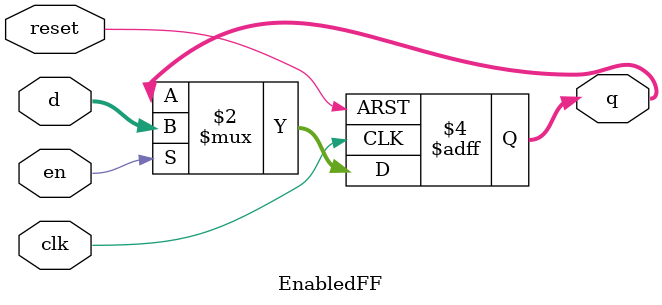
<source format=sv>
module EnabledFF #(parameter size=32) (
  input   logic            clk,
  input   logic            reset,
  input   logic            en,
  input   logic [size-1:0] d,
  output  logic [size-1:0] q
);

  // asynchronous reset
  always_ff @(posedge clk, posedge reset)
    if (reset) q <= 1'b0;
    else if (en) q <= d;

`ifdef  COCOTB_SIM 
initial
 begin
    $dumpfile("wave_sv.vcd");
    $dumpvars(
      0,
      clk,
      reset,
      en,
      d,
      q
    );
    #5;
 end
 `endif

endmodule
</source>
